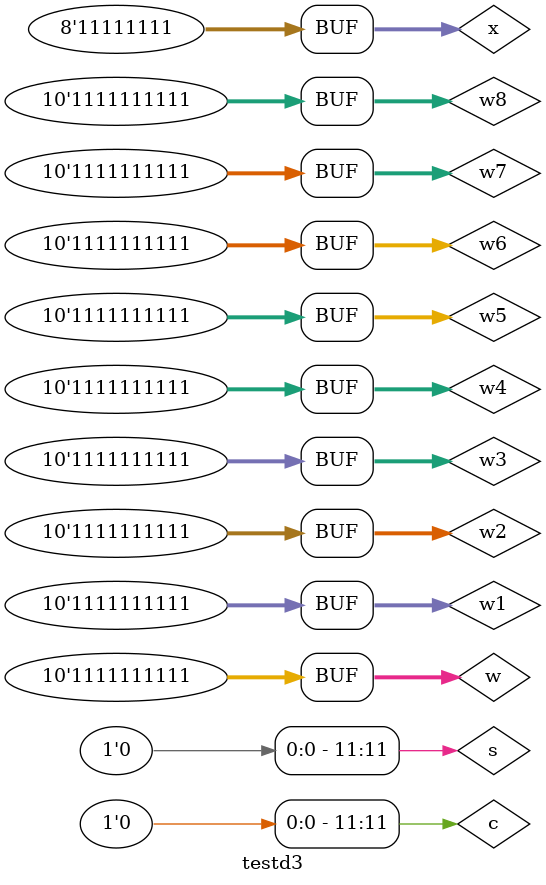
<source format=v>
module d3(s,c,w1,w2,w3,w4,w5,w6,w7,w8,x,w);
output [10:0]s,c;
input [9:0]w1,w2,w3,w4,w5,w6,w7,w8,w;
input [7:0]x;
wire [9:0]x1,s0,c0,w,w_;
wire [11:0]l2,l3,l4,l5,l6,l7;
wire [12:0]l8;
wire [11:0]s1,c1,s2,c2,s3,c3,s4,c4,s5,c5,s4_;
wire [12:0]s3_,c3_,s5_,c5_,s6,c6,s6_,s7,c7,s7_,s8,c8;
assign w_={w[9:1],~w[0]};
assign x1={1'b0,1'b0,x};
assign l2={w2[9],w2[9],w2};
assign l3={w3[9],w3,w[0]};
assign l4={w4,1'b0,1'b0};
assign l5={w5[9],w5[9],w5};
assign l6={w6[9],w6,1'b0};
assign l7={w7,1'b0,1'b0};

assign s1={s0[9],s0[9],s0[9],s0[9:1]};
assign c1={c0[9],c0[9],c0};
assign s4_={s4[11],s4[11:1]};
assign s3_={s3,1'b0};
assign s5_={s5[11],s5[11],s5[11:1]};
assign c5_={c5[11],c5};
assign c3_={c3,1'b0};
assign s6_={s6[12],s6[12:1]};
assign s7_={s7[12],s7[12:1]};
assign l8={w8[9],w8,1'b0,1'b0};
assign s=s8[11:1];
assign c=c8[10:0];
FA10 f1(s0,c0,w1,x1,w_);
FA12 f2(s2,c2,l2,l3,l4);
FA12 f3(s3,c3,l5,l6,l7);
FA12 f4(s4,c4,s1,c1,s2);
FA12 f5(s5,c5,s4_,c4,c2);

FA13 f6(s6,c6,s3_,s5_,c5_);
FA13 f7(s7,c7,s6_,c3_,c6);
FA13 f8(s8,c8,c7,s7_,l8);

endmodule 

module testd3();
  reg [9:0]w1,w2,w3,w4,w5,w6,w7,w8,w;
  reg [7:0]x;
  wire [11:0]s,c;
  d3 dd3(s,c,w1,w2,w3,w4,w5,w6,w7,w8,x,w);
  initial
  begin
  /*x=8'd0;
  w=10'd0;
  w1=10'b0000010111;
  w2=10'b0000001011;
  w3=10'b1001010101;
  w4=10'b1000010001;
  w5=10'b0000100011;
  w6=10'b0000010001;
  w7=10'b1110100101;
  w8=10'b0000100101;*/
  x=8'b11111111;
  w=10'b1111111111;
  w1=10'b1111111111;
  w2=10'b1111111111;
  w3=10'b1111111111;
  w4=10'b1111111111;
  w5=10'b1111111111;
  w6=10'b1111111111;
  w7=10'b1111111111;
  w8=10'b1111111111;
  #1000;
  end
endmodule
</source>
